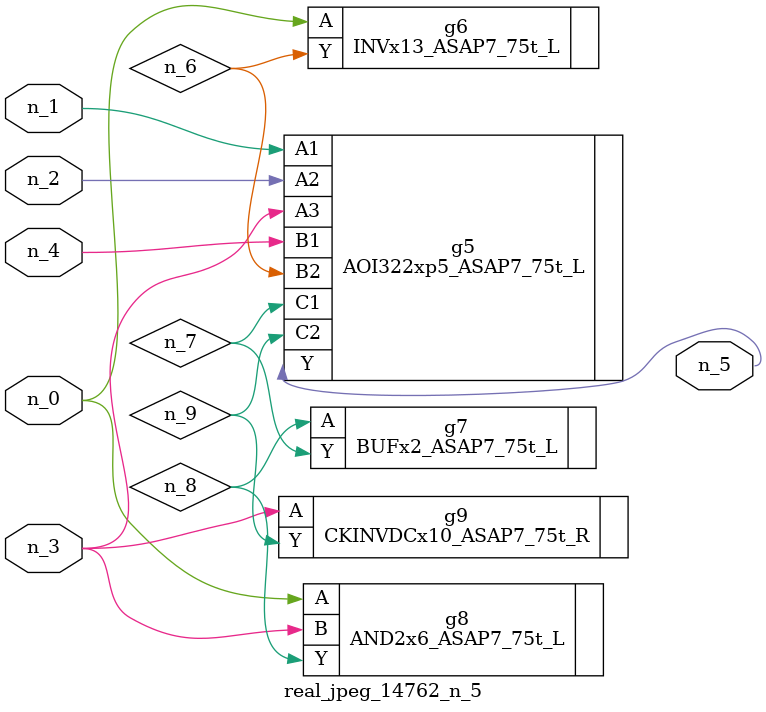
<source format=v>
module real_jpeg_14762_n_5 (n_4, n_0, n_1, n_2, n_3, n_5);

input n_4;
input n_0;
input n_1;
input n_2;
input n_3;

output n_5;

wire n_8;
wire n_6;
wire n_7;
wire n_9;

INVx13_ASAP7_75t_L g6 ( 
.A(n_0),
.Y(n_6)
);

AND2x6_ASAP7_75t_L g8 ( 
.A(n_0),
.B(n_3),
.Y(n_8)
);

AOI322xp5_ASAP7_75t_L g5 ( 
.A1(n_1),
.A2(n_2),
.A3(n_3),
.B1(n_4),
.B2(n_6),
.C1(n_7),
.C2(n_9),
.Y(n_5)
);

CKINVDCx10_ASAP7_75t_R g9 ( 
.A(n_3),
.Y(n_9)
);

BUFx2_ASAP7_75t_L g7 ( 
.A(n_8),
.Y(n_7)
);


endmodule
</source>
